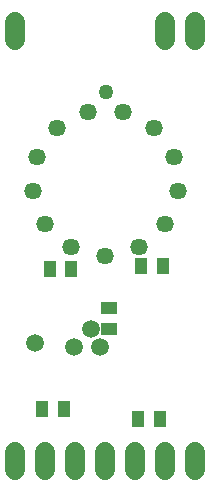
<source format=gbs>
G75*
%MOIN*%
%OFA0B0*%
%FSLAX25Y25*%
%IPPOS*%
%LPD*%
%AMOC8*
5,1,8,0,0,1.08239X$1,22.5*
%
%ADD10C,0.05761*%
%ADD11C,0.06800*%
%ADD12R,0.03950X0.05524*%
%ADD13C,0.05918*%
%ADD14R,0.05524X0.03950*%
%ADD15C,0.04956*%
D10*
X0029845Y0080360D03*
X0021114Y0088095D03*
X0016978Y0099001D03*
X0018384Y0110580D03*
X0025010Y0120180D03*
X0035338Y0125600D03*
X0047002Y0125600D03*
X0057330Y0120180D03*
X0063956Y0110580D03*
X0065362Y0099001D03*
X0061226Y0088095D03*
X0052495Y0080360D03*
X0041170Y0077569D03*
D11*
X0011170Y0012100D02*
X0011170Y0006100D01*
X0021170Y0006100D02*
X0021170Y0012100D01*
X0031170Y0012100D02*
X0031170Y0006100D01*
X0041170Y0006100D02*
X0041170Y0012100D01*
X0051170Y0012100D02*
X0051170Y0006100D01*
X0061170Y0006100D02*
X0061170Y0012100D01*
X0071170Y0012100D02*
X0071170Y0006100D01*
X0071170Y0149407D02*
X0071170Y0155407D01*
X0061170Y0155407D02*
X0061170Y0149407D01*
X0011170Y0149407D02*
X0011170Y0155407D01*
D12*
X0022757Y0073013D03*
X0029843Y0073013D03*
X0053257Y0074013D03*
X0060343Y0074013D03*
X0059343Y0023013D03*
X0052257Y0023013D03*
X0027343Y0026513D03*
X0020257Y0026513D03*
D13*
X0030800Y0047013D03*
X0036300Y0053013D03*
X0039300Y0047013D03*
X0017800Y0048513D03*
D14*
X0042300Y0052970D03*
X0042300Y0060057D03*
D15*
X0041300Y0132013D03*
M02*

</source>
